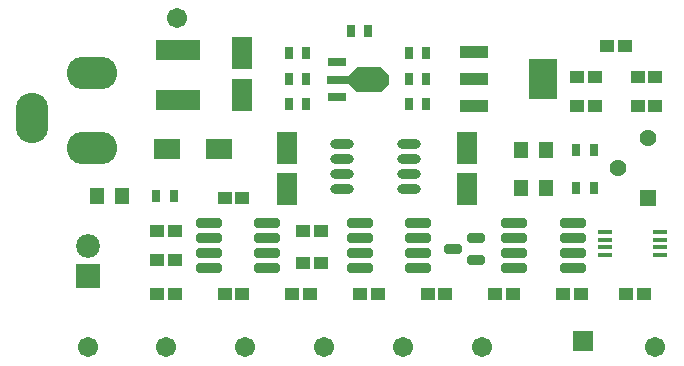
<source format=gbr>
%TF.GenerationSoftware,Altium Limited,Altium Designer,24.9.1 (31)*%
G04 Layer_Color=8388736*
%FSLAX45Y45*%
%MOMM*%
%TF.SameCoordinates,1ED834A1-E46C-4F5A-A45D-C8FB9AE456DD*%
%TF.FilePolarity,Negative*%
%TF.FileFunction,Soldermask,Top*%
%TF.Part,Single*%
G01*
G75*
%TA.AperFunction,SMDPad,CuDef*%
%ADD47R,1.15240X1.10240*%
%ADD48C,1.70320*%
%ADD49R,1.80320X2.80320*%
%ADD50R,1.30320X1.40320*%
G04:AMPARAMS|DCode=51|XSize=2.1732mm|YSize=0.8032mm|CornerRadius=0.1766mm|HoleSize=0mm|Usage=FLASHONLY|Rotation=0.000|XOffset=0mm|YOffset=0mm|HoleType=Round|Shape=RoundedRectangle|*
%AMROUNDEDRECTD51*
21,1,2.17320,0.45000,0,0,0.0*
21,1,1.82000,0.80320,0,0,0.0*
1,1,0.35320,0.91000,-0.22500*
1,1,0.35320,-0.91000,-0.22500*
1,1,0.35320,-0.91000,0.22500*
1,1,0.35320,0.91000,0.22500*
%
%ADD51ROUNDEDRECTD51*%
%ADD52O,2.00320X0.80320*%
%ADD53R,2.30320X1.75320*%
%ADD54R,1.80320X2.70320*%
%ADD55R,0.75320X1.10320*%
%ADD56R,1.60320X0.80320*%
%ADD57R,2.00320X0.80320*%
%ADD58R,1.20000X0.45000*%
%ADD59R,2.35320X3.45320*%
%ADD60R,2.35320X1.10320*%
G04:AMPARAMS|DCode=61|XSize=1.5232mm|YSize=0.8032mm|CornerRadius=0.1766mm|HoleSize=0mm|Usage=FLASHONLY|Rotation=180.000|XOffset=0mm|YOffset=0mm|HoleType=Round|Shape=RoundedRectangle|*
%AMROUNDEDRECTD61*
21,1,1.52320,0.45000,0,0,180.0*
21,1,1.17000,0.80320,0,0,180.0*
1,1,0.35320,-0.58500,0.22500*
1,1,0.35320,0.58500,0.22500*
1,1,0.35320,0.58500,-0.22500*
1,1,0.35320,-0.58500,-0.22500*
%
%ADD61ROUNDEDRECTD61*%
%ADD62R,3.75920X1.72720*%
%TA.AperFunction,ComponentPad*%
%ADD63O,4.26720X2.74320*%
%ADD64O,2.74320X4.26720*%
%ADD65R,1.80320X1.80320*%
%ADD66C,1.42520*%
%ADD67R,1.42520X1.42520*%
%ADD68C,2.01820*%
%ADD69R,2.01820X2.01820*%
%TA.AperFunction,ViaPad*%
%ADD70C,1.20320*%
%ADD71C,0.80320*%
G36*
X3171654Y2855467D02*
X3172960Y2855207D01*
X3174221Y2854779D01*
X3175416Y2854190D01*
X3176523Y2853450D01*
X3177524Y2852572D01*
X3242524Y2787572D01*
X3243402Y2786570D01*
X3244142Y2785463D01*
X3244731Y2784269D01*
X3245159Y2783007D01*
X3245419Y2781701D01*
X3245506Y2780372D01*
Y2720372D01*
X3245419Y2719043D01*
X3245159Y2717737D01*
X3244731Y2716476D01*
X3244142Y2715281D01*
X3243402Y2714174D01*
X3242524Y2713173D01*
X3177524Y2648173D01*
X3176523Y2647294D01*
X3175416Y2646555D01*
X3174221Y2645965D01*
X3172960Y2645537D01*
X3171654Y2645277D01*
X3170325Y2645190D01*
X2980324D01*
X2978996Y2645277D01*
X2977689Y2645537D01*
X2976428Y2645965D01*
X2975234Y2646555D01*
X2974126Y2647294D01*
X2973125Y2648173D01*
X2908125Y2713173D01*
X2907247Y2714174D01*
X2906507Y2715281D01*
X2905918Y2716476D01*
X2905490Y2717737D01*
X2905230Y2719043D01*
X2905143Y2720372D01*
Y2780372D01*
X2905230Y2781701D01*
X2905490Y2783007D01*
X2905918Y2784269D01*
X2906507Y2785463D01*
X2907247Y2786570D01*
X2908125Y2787572D01*
X2973125Y2852572D01*
X2974126Y2853450D01*
X2975234Y2854190D01*
X2976428Y2854779D01*
X2977689Y2855207D01*
X2978996Y2855467D01*
X2980324Y2855554D01*
X3170325D01*
X3171654Y2855467D01*
D02*
G37*
D47*
X5094223Y3038073D02*
D03*
X5244223D02*
D03*
X5399480Y934692D02*
D03*
X5249479D02*
D03*
X1432385D02*
D03*
X1282385D02*
D03*
X1852304D02*
D03*
X2002304D02*
D03*
X5349301Y2530880D02*
D03*
X5499302D02*
D03*
X5349301Y2772682D02*
D03*
X5499302D02*
D03*
X2424763Y934692D02*
D03*
X2574763D02*
D03*
X3147223D02*
D03*
X2997222D02*
D03*
X2665008Y1468470D02*
D03*
X2515008D02*
D03*
X2515007Y1201549D02*
D03*
X2665008D02*
D03*
X4867140Y934692D02*
D03*
X4717140D02*
D03*
X4836536Y2772682D02*
D03*
X4986536D02*
D03*
X4989076Y2530880D02*
D03*
X4839076D02*
D03*
X4294681Y934692D02*
D03*
X4144681D02*
D03*
X3722222D02*
D03*
X3572221D02*
D03*
X1279845Y1468470D02*
D03*
X1429845D02*
D03*
X1852304Y1750262D02*
D03*
X2002304D02*
D03*
X1282385Y1219847D02*
D03*
X1432385D02*
D03*
D48*
X1450000Y3270000D02*
D03*
X1359889Y485000D02*
D03*
X3361037D02*
D03*
X2693988D02*
D03*
X5500212Y485000D02*
D03*
X4028086Y485000D02*
D03*
X2026939D02*
D03*
X692840D02*
D03*
D49*
X1996389Y2619880D02*
D03*
Y2979880D02*
D03*
D50*
X4575849Y2155018D02*
D03*
X4365849D02*
D03*
X4575849Y1830343D02*
D03*
X4365849D02*
D03*
X979813Y1762962D02*
D03*
X769813D02*
D03*
D51*
X1720535Y1537843D02*
D03*
Y1410843D02*
D03*
Y1283843D02*
D03*
Y1156843D02*
D03*
X2214535D02*
D03*
Y1283843D02*
D03*
Y1410843D02*
D03*
Y1537843D02*
D03*
X3491554D02*
D03*
Y1410843D02*
D03*
Y1283843D02*
D03*
Y1156843D02*
D03*
X2997554D02*
D03*
Y1283843D02*
D03*
Y1410843D02*
D03*
Y1537843D02*
D03*
X4305158Y1539509D02*
D03*
Y1412509D02*
D03*
Y1285509D02*
D03*
Y1158509D02*
D03*
X4799158D02*
D03*
Y1285509D02*
D03*
Y1412509D02*
D03*
Y1539509D02*
D03*
D52*
X3415000Y1825433D02*
D03*
Y1952433D02*
D03*
Y2079433D02*
D03*
Y2206433D02*
D03*
X2850000Y1825433D02*
D03*
Y1952433D02*
D03*
Y2079433D02*
D03*
Y2206433D02*
D03*
D53*
X1361840Y2160593D02*
D03*
X1801840D02*
D03*
D54*
X2376665Y2175433D02*
D03*
Y1825433D02*
D03*
X3901987Y2175433D02*
D03*
Y1825433D02*
D03*
D55*
X2544785Y2973544D02*
D03*
X2399785D02*
D03*
X2399245Y2545000D02*
D03*
X2544245D02*
D03*
X2544785Y2758562D02*
D03*
X2399785D02*
D03*
X3067347Y3164416D02*
D03*
X2922347D02*
D03*
X3556570Y2758562D02*
D03*
X3411570D02*
D03*
X3557110Y2973545D02*
D03*
X3412110D02*
D03*
X4976956Y1828923D02*
D03*
X4831956D02*
D03*
X4831416Y2155018D02*
D03*
X4976416D02*
D03*
X3411570Y2545000D02*
D03*
X3556569D02*
D03*
X1420265Y1762962D02*
D03*
X1275265D02*
D03*
D56*
X2805325Y2600372D02*
D03*
Y2900372D02*
D03*
D57*
X2825325Y2750372D02*
D03*
D58*
X5541812Y1459341D02*
D03*
Y1394317D02*
D03*
Y1329293D02*
D03*
Y1264269D02*
D03*
X5071812D02*
D03*
Y1329293D02*
D03*
Y1394317D02*
D03*
Y1459341D02*
D03*
D59*
X4550039Y2758562D02*
D03*
D60*
X3964039Y2529562D02*
D03*
Y2758562D02*
D03*
Y2987562D02*
D03*
D61*
X3782687Y1316172D02*
D03*
X3982687Y1411172D02*
D03*
Y1221172D02*
D03*
D62*
X1457500Y2999280D02*
D03*
Y2579140D02*
D03*
D63*
X734000Y2167500D02*
D03*
Y2802500D02*
D03*
D64*
X226000Y2421500D02*
D03*
D65*
X4883456Y533400D02*
D03*
D66*
X5438548Y2258964D02*
D03*
X5184548Y2004964D02*
D03*
D67*
X5438548Y1750964D02*
D03*
D68*
X692840Y1338193D02*
D03*
D69*
Y1084193D02*
D03*
D70*
X1359889Y485000D02*
D03*
D71*
X3360000Y482500D02*
D03*
X2693988Y483988D02*
D03*
%TF.MD5,9a5dfd26cc5e4d11867dd43353f9e146*%
M02*

</source>
